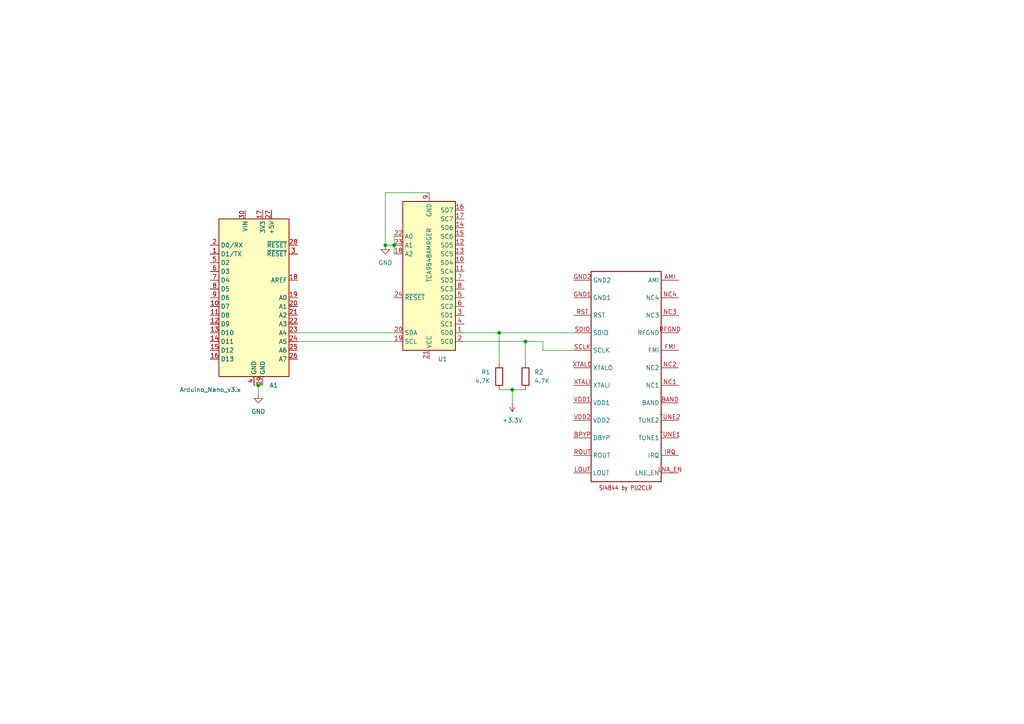
<source format=kicad_sch>
(kicad_sch (version 20230121) (generator eeschema)
  (paper "A4")
  (lib_symbols
    (symbol "Device:R" (pin_numbers hide) (pin_names (offset 0))
      (property "Reference" "R" (at 2.032 0 90))
      (property "Value" "R" (at 0 0 90))
      (symbol "R_0_1"
        (rectangle (start -1.016 -2.54) (end 1.016 2.54) (stroke (width 0.254)))
      )
      (symbol "R_1_1"
        (pin passive line (at 0 3.81 270) (length 1.27) (name "~") (number "1"))
        (pin passive line (at 0 -3.81 90) (length 1.27) (name "~") (number "2"))
      )
    )
    (symbol "Interface_Expansion:TCA9548AMRGER"
      (property "Reference" "U" (at -7.62 21.59 0))
      (property "Value" "TCA9548AMRGER" (at 1.016 21.59 0))
      (symbol "TCA9548AMRGER_0_1"
        (rectangle (start -7.62 20.32) (end 7.62 -22.86) (stroke (width 0.254)) (fill (type background)))
      )
      (symbol "TCA9548AMRGER_1_1"
        (pin bidirectional line (at 10.16 15.24 180) (length 2.54) (name "SD0") (number "1"))
        (pin bidirectional line (at 10.16 -5.08 180) (length 2.54) (name "SD4") (number "10"))
        (pin output line (at 10.16 -2.54 180) (length 2.54) (name "SC4") (number "11"))
        (pin bidirectional line (at 10.16 -10.16 180) (length 2.54) (name "SD5") (number "12"))
        (pin output line (at 10.16 -7.62 180) (length 2.54) (name "SC5") (number "13"))
        (pin bidirectional line (at 10.16 -15.24 180) (length 2.54) (name "SD6") (number "14"))
        (pin output line (at 10.16 -12.7 180) (length 2.54) (name "SC6") (number "15"))
        (pin bidirectional line (at 10.16 -20.32 180) (length 2.54) (name "SD7") (number "16"))
        (pin output line (at 10.16 -17.78 180) (length 2.54) (name "SC7") (number "17"))
        (pin input line (at -10.16 -7.62 0) (length 2.54) (name "A2") (number "18"))
        (pin input line (at -10.16 17.78 0) (length 2.54) (name "SCL") (number "19"))
        (pin output line (at 10.16 17.78 180) (length 2.54) (name "SC0") (number "2"))
        (pin bidirectional line (at -10.16 15.24 0) (length 2.54) (name "SDA") (number "20"))
        (pin power_in line (at 0 22.86 270) (length 2.54) (name "VCC") (number "21"))
        (pin input line (at -10.16 -12.7 0) (length 2.54) (name "A0") (number "22"))
        (pin input line (at -10.16 -10.16 0) (length 2.54) (name "A1") (number "23"))
        (pin input line (at -10.16 5.08 0) (length 2.54) (name "~{RESET}") (number "24"))
        (pin no_connect line (at -7.62 -15.24 0) (length 2.54) hide (name "1EP") (number "25"))
        (pin bidirectional line (at 10.16 10.16 180) (length 2.54) (name "SD1") (number "3"))
        (pin output line (at 10.16 12.7 180) (length 2.54) (name "SC1") (number "4"))
        (pin bidirectional line (at 10.16 5.08 180) (length 2.54) (name "SD2") (number "5"))
        (pin output line (at 10.16 7.62 180) (length 2.54) (name "SC2") (number "6"))
        (pin bidirectional line (at 10.16 0 180) (length 2.54) (name "SD3") (number "7"))
        (pin output line (at 10.16 2.54 180) (length 2.54) (name "SC3") (number "8"))
        (pin power_in line (at 0 -25.4 90) (length 2.54) (name "GND") (number "9"))
      )
    )
    (symbol "MCU_Module:Arduino_Nano_v3.x"
      (property "Reference" "A" (at -10.16 23.495 0))
      (property "Value" "Arduino_Nano_v3.x" (at 5.08 -24.13 0))
      (symbol "Arduino_Nano_v3.x_0_1"
        (rectangle (start -10.16 22.86) (end 10.16 -22.86) (stroke (width 0.254)) (fill (type background)))
      )
      (symbol "Arduino_Nano_v3.x_1_1"
        (pin bidirectional line (at -12.7 12.7 0) (length 2.54) (name "D1/TX") (number "1"))
        (pin bidirectional line (at -12.7 -2.54 0) (length 2.54) (name "D7") (number "10"))
        (pin bidirectional line (at -12.7 -5.08 0) (length 2.54) (name "D8") (number "11"))
        (pin bidirectional line (at -12.7 -7.62 0) (length 2.54) (name "D9") (number "12"))
        (pin bidirectional line (at -12.7 -10.16 0) (length 2.54) (name "D10") (number "13"))
        (pin bidirectional line (at -12.7 -12.7 0) (length 2.54) (name "D11") (number "14"))
        (pin bidirectional line (at -12.7 -15.24 0) (length 2.54) (name "D12") (number "15"))
        (pin bidirectional line (at -12.7 -17.78 0) (length 2.54) (name "D13") (number "16"))
        (pin power_out line (at 2.54 25.4 270) (length 2.54) (name "3V3") (number "17"))
        (pin input line (at 12.7 5.08 180) (length 2.54) (name "AREF") (number "18"))
        (pin bidirectional line (at 12.7 0 180) (length 2.54) (name "A0") (number "19"))
        (pin bidirectional line (at -12.7 15.24 0) (length 2.54) (name "D0/RX") (number "2"))
        (pin bidirectional line (at 12.7 -2.54 180) (length 2.54) (name "A1") (number "20"))
        (pin bidirectional line (at 12.7 -5.08 180) (length 2.54) (name "A2") (number "21"))
        (pin bidirectional line (at 12.7 -7.62 180) (length 2.54) (name "A3") (number "22"))
        (pin bidirectional line (at 12.7 -10.16 180) (length 2.54) (name "A4") (number "23"))
        (pin bidirectional line (at 12.7 -12.7 180) (length 2.54) (name "A5") (number "24"))
        (pin bidirectional line (at 12.7 -15.24 180) (length 2.54) (name "A6") (number "25"))
        (pin bidirectional line (at 12.7 -17.78 180) (length 2.54) (name "A7") (number "26"))
        (pin power_out line (at 5.08 25.4 270) (length 2.54) (name "+5V") (number "27"))
        (pin input line (at 12.7 15.24 180) (length 2.54) (name "~{RESET}") (number "28"))
        (pin power_in line (at 2.54 -25.4 90) (length 2.54) (name "GND") (number "29"))
        (pin input line (at 12.7 12.7 180) (length 2.54) (name "~{RESET}") (number "3"))
        (pin power_in line (at -2.54 25.4 270) (length 2.54) (name "VIN") (number "30"))
        (pin power_in line (at 0 -25.4 90) (length 2.54) (name "GND") (number "4"))
        (pin bidirectional line (at -12.7 10.16 0) (length 2.54) (name "D2") (number "5"))
        (pin bidirectional line (at -12.7 7.62 0) (length 2.54) (name "D3") (number "6"))
        (pin bidirectional line (at -12.7 5.08 0) (length 2.54) (name "D4") (number "7"))
        (pin bidirectional line (at -12.7 2.54 0) (length 2.54) (name "D5") (number "8"))
        (pin bidirectional line (at -12.7 0 0) (length 2.54) (name "D6") (number "9"))
      )
    )
    (symbol "SI4844:SI4844"
      (symbol "SI4844_1_0"
        (polyline (pts (xy -17.78 -30.48) (xy 2.54 -30.48)) (stroke (width 0.254)))
        (polyline (pts (xy -17.78 30.48) (xy -17.78 -30.48)) (stroke (width 0.254)))
        (polyline (pts (xy 2.54 -30.48) (xy 2.54 30.48)) (stroke (width 0.254)))
        (polyline (pts (xy 2.54 30.48) (xy -17.78 30.48)) (stroke (width 0.254)))
        (text "SI4844 by PU2CLR" (at -15.24 33.02 0) (effects (font (size 1.27 1.0795)) (justify left bottom)))
        (pin bidirectional line (at -22.86 -27.94 0) (length 5.08) (name "AMI") (number "AMI"))
        (pin bidirectional line (at -22.86 7.62 0) (length 5.08) (name "BAND") (number "BAND"))
        (pin bidirectional line (at 7.62 17.78 180) (length 5.08) (name "DBYP") (number "BPYP"))
        (pin bidirectional line (at -22.86 -7.62 0) (length 5.08) (name "FMI") (number "FMI"))
        (pin bidirectional line (at 7.62 -22.86 180) (length 5.08) (name "GND1") (number "GND1"))
        (pin bidirectional line (at 7.62 -27.94 180) (length 5.08) (name "GND2") (number "GND2"))
        (pin bidirectional line (at -22.86 22.86 0) (length 5.08) (name "IRQ") (number "IRQ"))
        (pin bidirectional line (at -22.86 27.94 0) (length 5.08) (name "LNE_EN") (number "LNA_EN"))
        (pin bidirectional line (at 7.62 27.94 180) (length 5.08) (name "LOUT") (number "LOUT"))
        (pin bidirectional line (at -22.86 2.54 0) (length 5.08) (name "NC1") (number "NC1"))
        (pin bidirectional line (at -22.86 -2.54 0) (length 5.08) (name "NC2") (number "NC2"))
        (pin bidirectional line (at -22.86 -17.78 0) (length 5.08) (name "NC3") (number "NC3"))
        (pin bidirectional line (at -22.86 -22.86 0) (length 5.08) (name "NC4") (number "NC4"))
        (pin bidirectional line (at -22.86 -12.7 0) (length 5.08) (name "RFGND") (number "RFGND"))
        (pin bidirectional line (at 7.62 22.86 180) (length 5.08) (name "ROUT") (number "ROUT"))
        (pin bidirectional line (at 7.62 -17.78 180) (length 5.08) (name "RST") (number "RST"))
        (pin bidirectional line (at 7.62 -7.62 180) (length 5.08) (name "SCLK") (number "SCLK"))
        (pin bidirectional line (at 7.62 -12.7 180) (length 5.08) (name "SDIO") (number "SDIO"))
        (pin bidirectional line (at -22.86 17.78 0) (length 5.08) (name "TUNE1") (number "TUNE1"))
        (pin bidirectional line (at -22.86 12.7 0) (length 5.08) (name "TUNE2") (number "TUNE2"))
        (pin bidirectional line (at 7.62 7.62 180) (length 5.08) (name "VDD1") (number "VDD1"))
        (pin bidirectional line (at 7.62 12.7 180) (length 5.08) (name "VDD2") (number "VDD2"))
        (pin bidirectional line (at 7.62 2.54 180) (length 5.08) (name "XTALI") (number "XTALI"))
        (pin bidirectional line (at 7.62 -2.54 180) (length 5.08) (name "XTALO") (number "XTALO"))
      )
    )
    (symbol "power:+3.3V" (power) (pin_names (offset 0))
      (property "Value" "+3.3V" (at 0 3.556 0))
      (symbol "+3.3V_0_1"
        (polyline (pts (xy -0.762 1.27) (xy 0 2.54)))
        (polyline (pts (xy 0 0) (xy 0 2.54)))
        (polyline (pts (xy 0 2.54) (xy 0.762 1.27)))
      )
      (symbol "+3.3V_1_1"
        (pin power_in line (at 0 0 90) (length 0) hide (name "+3.3V") (number "1"))
      )
    )
    (symbol "power:GND" (power) (pin_names (offset 0))
      (property "Value" "GND" (at 0 -3.81 0))
      (symbol "GND_0_1"
        (polyline (pts (xy 0 0) (xy 0 -1.27) (xy 1.27 -1.27) (xy 0 -2.54) (xy -1.27 -1.27) (xy 0 -1.27)))
      )
      (symbol "GND_1_1"
        (pin power_in line (at 0 0 270) (length 0) hide (name "GND") (number "1"))
      )
    )
  )
  (junction (at 114.3 71.12))
  (junction (at 144.78 96.52))
  (junction (at 152.4 99.06))
  (junction (at 74.93 111.76))
  (junction (at 148.59 113.03))
  (junction (at 111.76 71.12))
  (wire (pts (xy 74.93 111.76) (xy 76.2 111.76)))
  (wire (pts (xy 124.46 55.88) (xy 111.76 55.88)))
  (wire (pts (xy 111.76 71.12) (xy 114.3 71.12)))
  (wire (pts (xy 157.48 99.06) (xy 157.48 101.6)))
  (wire (pts (xy 86.36 96.52) (xy 114.3 96.52)))
  (wire (pts (xy 157.48 101.6) (xy 166.37 101.6)))
  (wire (pts (xy 111.76 55.88) (xy 111.76 71.12)))
  (wire (pts (xy 152.4 99.06) (xy 157.48 99.06)))
  (wire (pts (xy 152.4 99.06) (xy 152.4 105.41)))
  (wire (pts (xy 74.93 111.76) (xy 74.93 114.3)))
  (wire (pts (xy 114.3 68.58) (xy 114.3 71.12)))
  (wire (pts (xy 73.66 111.76) (xy 74.93 111.76)))
  (wire (pts (xy 148.59 113.03) (xy 148.59 116.84)))
  (wire (pts (xy 134.62 96.52) (xy 144.78 96.52)))
  (wire (pts (xy 144.78 96.52) (xy 166.37 96.52)))
  (wire (pts (xy 144.78 113.03) (xy 148.59 113.03)))
  (wire (pts (xy 114.3 71.12) (xy 114.3 73.66)))
  (wire (pts (xy 134.62 99.06) (xy 152.4 99.06)))
  (wire (pts (xy 148.59 113.03) (xy 152.4 113.03)))
  (wire (pts (xy 86.36 99.06) (xy 114.3 99.06)))
  (wire (pts (xy 144.78 96.52) (xy 144.78 105.41)))
  (symbol (lib_id "Device:R") (at 152.4 109.22 0) (unit 1)
    (property "Reference" "R2" (at 154.94 107.95 0) (effects (justify left)))
    (property "Value" "4.7K" (at 154.94 110.49 0) (effects (justify left)))
  )
  (symbol (lib_id "Device:R") (at 144.78 109.22 0) (mirror y) (unit 1)
    (property "Reference" "R1" (at 142.24 107.95 0) (effects (justify left)))
    (property "Value" "4.7K" (at 142.24 110.49 0) (effects (justify left)))
  )
  (symbol (lib_id "MCU_Module:Arduino_Nano_v3.x") (at 73.66 86.36 0) (unit 1)
    (property "Reference" "A1" (at 78.1559 111.76 0) (effects (justify left)))
    (property "Value" "Arduino_Nano_v3.x" (at 52.07 113.03 0) (effects (justify left)))
    (property "Footprint" "Module:Arduino_Nano" (effects hide))
    (property "Datasheet" "http://www.mouser.com/pdfdocs/Gravitech_Arduino_Nano3_0.pdf" (effects hide))
  )
  (symbol (lib_id "power:GND") (at 74.93 114.3 0) (unit 1)
    (property "Reference" "#PWR02" (effects hide))
    (property "Value" "GND" (at 74.93 119.38 0))
  )
  (symbol (lib_id "Interface_Expansion:TCA9548AMRGER") (at 124.46 81.28 0) (mirror x) (unit 1)
    (property "Reference" "U1" (at 127 104.14 0) (effects (justify left)))
    (property "Value" "TCA9548AMRGER" (at 124.46 66.04 90) (effects (justify left)))
    (property "Footprint" "Package_DFN_QFN:Texas_RGE0024C_EP2.1x2.1mm" (effects hide))
    (property "Datasheet" "http://www.ti.com/lit/ds/symlink/tca9548a.pdf" (effects hide))
  )
  (symbol (lib_id "SI4844:SI4844") (at 173.99 109.22 180) (unit 1)
    (property "Reference" "SI1" (effects hide))
    (property "Footprint" "SI4844_01:SSOP24" (effects hide))
  )
  (symbol (lib_id "power:GND") (at 111.76 71.12 0) (unit 1)
    (property "Reference" "#PWR01" (effects hide))
    (property "Value" "GND" (at 111.76 76.2 0))
  )
  (symbol (lib_id "power:+3.3V") (at 148.59 116.84 180) (unit 1)
    (property "Reference" "#PWR03" (effects hide))
    (property "Value" "+3.3V" (at 148.59 121.92 0))
  )
)
</source>
